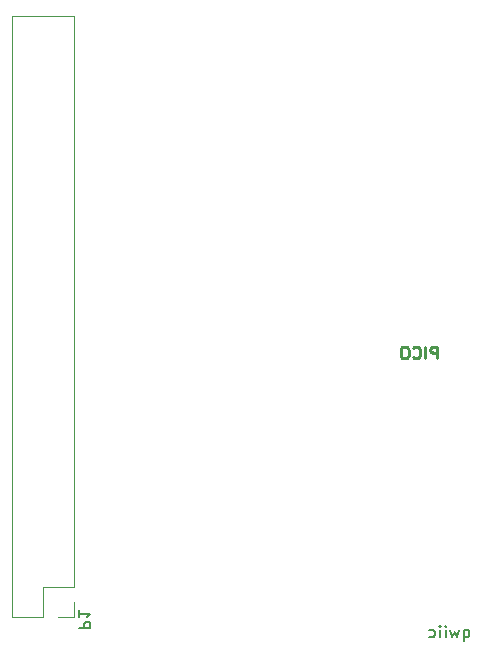
<source format=gbo>
G04 #@! TF.GenerationSoftware,KiCad,Pcbnew,5.1.9*
G04 #@! TF.CreationDate,2021-04-12T13:30:16-03:00*
G04 #@! TF.ProjectId,Piprogrammer,50697072-6f67-4726-916d-6d65722e6b69,rev?*
G04 #@! TF.SameCoordinates,Original*
G04 #@! TF.FileFunction,Legend,Bot*
G04 #@! TF.FilePolarity,Positive*
%FSLAX46Y46*%
G04 Gerber Fmt 4.6, Leading zero omitted, Abs format (unit mm)*
G04 Created by KiCad (PCBNEW 5.1.9) date 2021-04-12 13:30:16*
%MOMM*%
%LPD*%
G01*
G04 APERTURE LIST*
%ADD10C,0.150000*%
%ADD11C,0.250000*%
%ADD12C,0.120000*%
G04 APERTURE END LIST*
D10*
X239568285Y-143943714D02*
X239568285Y-144943714D01*
X239568285Y-144562761D02*
X239663523Y-144610380D01*
X239854000Y-144610380D01*
X239949238Y-144562761D01*
X239996857Y-144515142D01*
X240044476Y-144419904D01*
X240044476Y-144134190D01*
X239996857Y-144038952D01*
X239949238Y-143991333D01*
X239854000Y-143943714D01*
X239663523Y-143943714D01*
X239568285Y-143991333D01*
X239187333Y-143943714D02*
X238996857Y-144610380D01*
X238806380Y-144134190D01*
X238615904Y-144610380D01*
X238425428Y-143943714D01*
X238044476Y-144610380D02*
X238044476Y-143943714D01*
X238044476Y-143610380D02*
X238092095Y-143658000D01*
X238044476Y-143705619D01*
X237996857Y-143658000D01*
X238044476Y-143610380D01*
X238044476Y-143705619D01*
X237568285Y-144610380D02*
X237568285Y-143943714D01*
X237568285Y-143610380D02*
X237615904Y-143658000D01*
X237568285Y-143705619D01*
X237520666Y-143658000D01*
X237568285Y-143610380D01*
X237568285Y-143705619D01*
X236663523Y-144562761D02*
X236758761Y-144610380D01*
X236949238Y-144610380D01*
X237044476Y-144562761D01*
X237092095Y-144515142D01*
X237139714Y-144419904D01*
X237139714Y-144134190D01*
X237092095Y-144038952D01*
X237044476Y-143991333D01*
X236949238Y-143943714D01*
X236758761Y-143943714D01*
X236663523Y-143991333D01*
D11*
X237337809Y-120988380D02*
X237337809Y-119988380D01*
X236956857Y-119988380D01*
X236861619Y-120036000D01*
X236814000Y-120083619D01*
X236766380Y-120178857D01*
X236766380Y-120321714D01*
X236814000Y-120416952D01*
X236861619Y-120464571D01*
X236956857Y-120512190D01*
X237337809Y-120512190D01*
X236337809Y-120988380D02*
X236337809Y-119988380D01*
X235290190Y-120893142D02*
X235337809Y-120940761D01*
X235480666Y-120988380D01*
X235575904Y-120988380D01*
X235718761Y-120940761D01*
X235814000Y-120845523D01*
X235861619Y-120750285D01*
X235909238Y-120559809D01*
X235909238Y-120416952D01*
X235861619Y-120226476D01*
X235814000Y-120131238D01*
X235718761Y-120036000D01*
X235575904Y-119988380D01*
X235480666Y-119988380D01*
X235337809Y-120036000D01*
X235290190Y-120083619D01*
X234671142Y-119988380D02*
X234480666Y-119988380D01*
X234385428Y-120036000D01*
X234290190Y-120131238D01*
X234242571Y-120321714D01*
X234242571Y-120655047D01*
X234290190Y-120845523D01*
X234385428Y-120940761D01*
X234480666Y-120988380D01*
X234671142Y-120988380D01*
X234766380Y-120940761D01*
X234861619Y-120845523D01*
X234909238Y-120655047D01*
X234909238Y-120321714D01*
X234861619Y-120131238D01*
X234766380Y-120036000D01*
X234671142Y-119988380D01*
D12*
X205220000Y-142910000D02*
X206550000Y-142910000D01*
X206550000Y-142910000D02*
X206550000Y-141580000D01*
X203950000Y-142910000D02*
X203950000Y-140310000D01*
X203950000Y-140310000D02*
X206550000Y-140310000D01*
X206550000Y-140310000D02*
X206550000Y-91990000D01*
X201350000Y-91990000D02*
X206550000Y-91990000D01*
X201350000Y-142910000D02*
X201350000Y-91990000D01*
X201350000Y-142910000D02*
X203950000Y-142910000D01*
D10*
X206975619Y-143830095D02*
X207975619Y-143830095D01*
X207975619Y-143449142D01*
X207928000Y-143353904D01*
X207880380Y-143306285D01*
X207785142Y-143258666D01*
X207642285Y-143258666D01*
X207547047Y-143306285D01*
X207499428Y-143353904D01*
X207451809Y-143449142D01*
X207451809Y-143830095D01*
X206975619Y-142306285D02*
X206975619Y-142877714D01*
X206975619Y-142592000D02*
X207975619Y-142592000D01*
X207832761Y-142687238D01*
X207737523Y-142782476D01*
X207689904Y-142877714D01*
M02*

</source>
